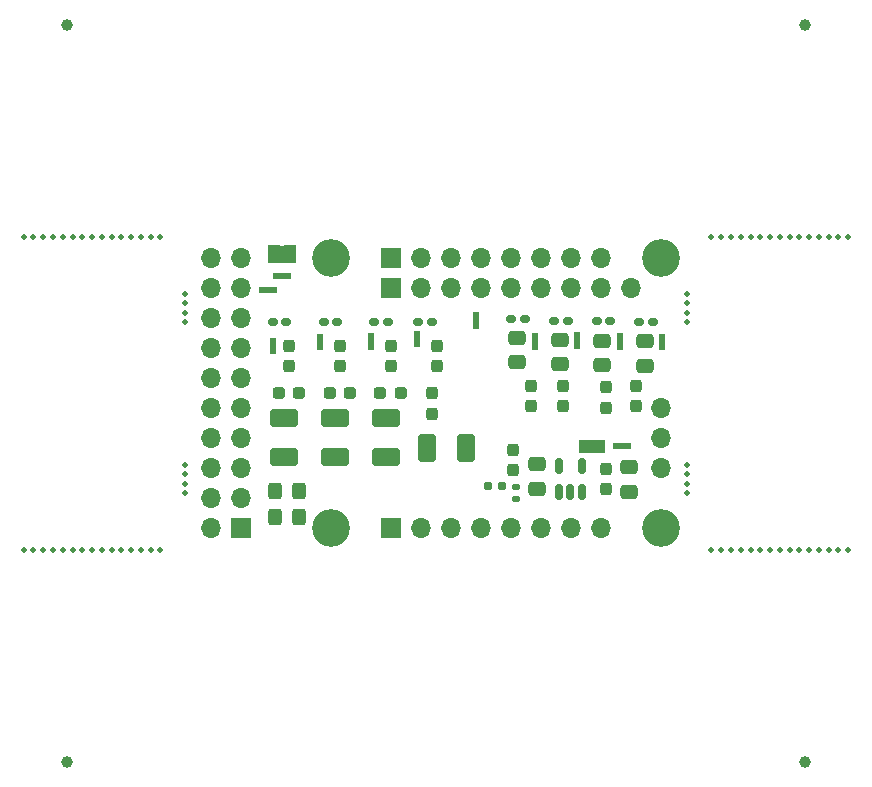
<source format=gbs>
G04 #@! TF.GenerationSoftware,KiCad,Pcbnew,9.0.4*
G04 #@! TF.CreationDate,2025-08-20T21:16:51-04:00*
G04 #@! TF.ProjectId,jlcpcb_1x1,6a6c6370-6362-45f3-9178-312e6b696361,rev?*
G04 #@! TF.SameCoordinates,Original*
G04 #@! TF.FileFunction,Soldermask,Bot*
G04 #@! TF.FilePolarity,Negative*
%FSLAX46Y46*%
G04 Gerber Fmt 4.6, Leading zero omitted, Abs format (unit mm)*
G04 Created by KiCad (PCBNEW 9.0.4) date 2025-08-20 21:16:51*
%MOMM*%
%LPD*%
G01*
G04 APERTURE LIST*
G04 Aperture macros list*
%AMRoundRect*
0 Rectangle with rounded corners*
0 $1 Rounding radius*
0 $2 $3 $4 $5 $6 $7 $8 $9 X,Y pos of 4 corners*
0 Add a 4 corners polygon primitive as box body*
4,1,4,$2,$3,$4,$5,$6,$7,$8,$9,$2,$3,0*
0 Add four circle primitives for the rounded corners*
1,1,$1+$1,$2,$3*
1,1,$1+$1,$4,$5*
1,1,$1+$1,$6,$7*
1,1,$1+$1,$8,$9*
0 Add four rect primitives between the rounded corners*
20,1,$1+$1,$2,$3,$4,$5,0*
20,1,$1+$1,$4,$5,$6,$7,0*
20,1,$1+$1,$6,$7,$8,$9,0*
20,1,$1+$1,$8,$9,$2,$3,0*%
G04 Aperture macros list end*
%ADD10C,0.010000*%
%ADD11C,0.500000*%
%ADD12R,1.700000X1.700000*%
%ADD13O,1.700000X1.700000*%
%ADD14C,3.200000*%
%ADD15R,0.500000X0.508000*%
%ADD16R,0.508000X0.508000*%
%ADD17R,0.500000X0.500000*%
%ADD18R,0.500000X0.550000*%
%ADD19RoundRect,0.250000X0.325000X0.450000X-0.325000X0.450000X-0.325000X-0.450000X0.325000X-0.450000X0*%
%ADD20RoundRect,0.160000X0.222500X0.160000X-0.222500X0.160000X-0.222500X-0.160000X0.222500X-0.160000X0*%
%ADD21RoundRect,0.250000X-0.475000X0.337500X-0.475000X-0.337500X0.475000X-0.337500X0.475000X0.337500X0*%
%ADD22RoundRect,0.237500X0.237500X-0.300000X0.237500X0.300000X-0.237500X0.300000X-0.237500X-0.300000X0*%
%ADD23RoundRect,0.237500X0.287500X0.237500X-0.287500X0.237500X-0.287500X-0.237500X0.287500X-0.237500X0*%
%ADD24RoundRect,0.160000X-0.222500X-0.160000X0.222500X-0.160000X0.222500X0.160000X-0.222500X0.160000X0*%
%ADD25RoundRect,0.237500X-0.237500X0.287500X-0.237500X-0.287500X0.237500X-0.287500X0.237500X0.287500X0*%
%ADD26RoundRect,0.250001X0.924999X-0.499999X0.924999X0.499999X-0.924999X0.499999X-0.924999X-0.499999X0*%
%ADD27RoundRect,0.250000X0.475000X-0.337500X0.475000X0.337500X-0.475000X0.337500X-0.475000X-0.337500X0*%
%ADD28R,1.000000X1.500000*%
%ADD29RoundRect,0.237500X-0.237500X0.300000X-0.237500X-0.300000X0.237500X-0.300000X0.237500X0.300000X0*%
%ADD30C,1.000000*%
%ADD31RoundRect,0.250000X-0.325000X-0.450000X0.325000X-0.450000X0.325000X0.450000X-0.325000X0.450000X0*%
%ADD32RoundRect,0.237500X-0.287500X-0.237500X0.287500X-0.237500X0.287500X0.237500X-0.287500X0.237500X0*%
%ADD33RoundRect,0.135000X0.185000X-0.135000X0.185000X0.135000X-0.185000X0.135000X-0.185000X-0.135000X0*%
%ADD34RoundRect,0.250001X-0.499999X-0.924999X0.499999X-0.924999X0.499999X0.924999X-0.499999X0.924999X0*%
%ADD35RoundRect,0.160000X0.197500X0.160000X-0.197500X0.160000X-0.197500X-0.160000X0.197500X-0.160000X0*%
%ADD36RoundRect,0.150000X0.150000X-0.512500X0.150000X0.512500X-0.150000X0.512500X-0.150000X-0.512500X0*%
%ADD37R,0.508000X0.500000*%
G04 APERTURE END LIST*
G04 #@! TO.C,G119*
G36*
X51251500Y-39401000D02*
G01*
X50751500Y-39401000D01*
X50751500Y-39909000D01*
X51251500Y-39909000D01*
X51251500Y-39401000D01*
G37*
G04 #@! TO.C,INP2*
G36*
X50547500Y-30640000D02*
G01*
X51047500Y-30640000D01*
X51047500Y-31490000D01*
X50547500Y-31490000D01*
X50547500Y-30640000D01*
G37*
G04 #@! TO.C,MCLK108*
G36*
X22047500Y-24205000D02*
G01*
X22347500Y-24205000D01*
X22347500Y-22705000D01*
X22047500Y-22705000D01*
X22047500Y-24205000D01*
G37*
G04 #@! TO.C,3V108*
D10*
X49457500Y-39155000D02*
X47347500Y-39155000D01*
X47347500Y-40155000D01*
X49457500Y-40155000D01*
X49457500Y-39155000D01*
G36*
X49457500Y-39155000D02*
G01*
X47347500Y-39155000D01*
X47347500Y-40155000D01*
X49457500Y-40155000D01*
X49457500Y-39155000D01*
G37*
G04 #@! TO.C,OP2*
G36*
X29447500Y-30630000D02*
G01*
X29947500Y-30630000D01*
X29947500Y-31480000D01*
X29447500Y-31480000D01*
X29447500Y-30630000D01*
G37*
G04 #@! TO.C,SCL108*
G36*
X21943500Y-25509000D02*
G01*
X22443500Y-25509000D01*
X22443500Y-25001000D01*
X21943500Y-25001000D01*
X21943500Y-25509000D01*
G37*
G04 #@! TO.C,INM2*
G36*
X54147500Y-30687500D02*
G01*
X54647500Y-30687500D01*
X54647500Y-31537500D01*
X54147500Y-31537500D01*
X54147500Y-30687500D01*
G37*
G04 #@! TO.C,INP1*
G36*
X43347500Y-30630000D02*
G01*
X43847500Y-30630000D01*
X43847500Y-31480000D01*
X43347500Y-31480000D01*
X43347500Y-30630000D01*
G37*
G04 #@! TO.C,OM1*
G36*
X21647500Y-31405000D02*
G01*
X21147500Y-31405000D01*
X21147500Y-30530000D01*
X21647500Y-30530000D01*
X21647500Y-31405000D01*
G37*
G04 #@! TO.C,SDA108*
G36*
X20743500Y-26709000D02*
G01*
X21243500Y-26709000D01*
X21243500Y-26201000D01*
X20743500Y-26201000D01*
X20743500Y-26709000D01*
G37*
G04 #@! TO.C,GND108*
G36*
X38343500Y-28801000D02*
G01*
X38851500Y-28801000D01*
X38851500Y-29301000D01*
X38343500Y-29301000D01*
X38343500Y-28801000D01*
G37*
G04 #@! TO.C,OM2*
G36*
X33347500Y-30405000D02*
G01*
X33847500Y-30405000D01*
X33847500Y-31255000D01*
X33347500Y-31255000D01*
X33347500Y-30405000D01*
G37*
G04 #@! TO.C,OP1*
G36*
X25147500Y-30705000D02*
G01*
X25647500Y-30705000D01*
X25647500Y-31555000D01*
X25147500Y-31555000D01*
X25147500Y-30705000D01*
G37*
G04 #@! TO.C,INM1*
G36*
X46947500Y-30567500D02*
G01*
X47447500Y-30567500D01*
X47447500Y-31417500D01*
X46947500Y-31417500D01*
X46947500Y-30567500D01*
G37*
G04 #@! TD*
D11*
G04 #@! TO.C,KiKit_MB_8_14*
X68479375Y-48460000D03*
G04 #@! TD*
G04 #@! TO.C,KiKit_MB_4_2*
X56480000Y-41260000D03*
G04 #@! TD*
G04 #@! TO.C,KiKit_MB_8_11*
X65998750Y-48460000D03*
G04 #@! TD*
G04 #@! TO.C,KiKit_MB_3_3*
X13980000Y-42860000D03*
G04 #@! TD*
G04 #@! TO.C,KiKit_MB_8_8*
X63518125Y-48460000D03*
G04 #@! TD*
G04 #@! TO.C,KiKit_MB_6_10*
X6941875Y-48460000D03*
G04 #@! TD*
G04 #@! TO.C,KiKit_MB_7_5*
X61037500Y-22000000D03*
G04 #@! TD*
G04 #@! TO.C,KiKit_MB_8_13*
X67652500Y-48460000D03*
G04 #@! TD*
G04 #@! TO.C,KiKit_MB_2_4*
X56480000Y-28400000D03*
G04 #@! TD*
G04 #@! TO.C,KiKit_MB_6_11*
X7768750Y-48460000D03*
G04 #@! TD*
G04 #@! TO.C,KiKit_MB_5_13*
X9422500Y-22000000D03*
G04 #@! TD*
G04 #@! TO.C,KiKit_MB_5_2*
X326875Y-22000000D03*
G04 #@! TD*
G04 #@! TO.C,KiKit_MB_8_4*
X60210625Y-48460000D03*
G04 #@! TD*
G04 #@! TO.C,KiKit_MB_4_3*
X56480000Y-42060000D03*
G04 #@! TD*
G04 #@! TO.C,KiKit_MB_7_10*
X65171875Y-22000000D03*
G04 #@! TD*
G04 #@! TO.C,KiKit_MB_4_5*
X56480000Y-43660000D03*
G04 #@! TD*
G04 #@! TO.C,KiKit_MB_2_2*
X56480000Y-26800000D03*
G04 #@! TD*
G04 #@! TO.C,KiKit_MB_6_4*
X1980625Y-48460000D03*
G04 #@! TD*
G04 #@! TO.C,KiKit_MB_2_3*
X56480000Y-27600000D03*
G04 #@! TD*
G04 #@! TO.C,KiKit_MB_6_16*
X11903125Y-48460000D03*
G04 #@! TD*
G04 #@! TO.C,KiKit_MB_8_9*
X64345000Y-48460000D03*
G04 #@! TD*
G04 #@! TO.C,KiKit_MB_7_15*
X69306250Y-22000000D03*
G04 #@! TD*
G04 #@! TO.C,KiKit_MB_8_10*
X65171875Y-48460000D03*
G04 #@! TD*
D12*
G04 #@! TO.C,board_outline108*
X18735000Y-46655000D03*
D13*
X16195000Y-46655000D03*
X18735000Y-44115000D03*
X16195000Y-44115000D03*
X18735000Y-41575000D03*
X16195000Y-41575000D03*
X18735000Y-39035000D03*
X16195000Y-39035000D03*
X18735000Y-36495000D03*
X16195000Y-36495000D03*
X18735000Y-33955000D03*
X16195000Y-33955000D03*
X18735000Y-31415000D03*
X16195000Y-31415000D03*
X18735000Y-28875000D03*
X16195000Y-28875000D03*
X18735000Y-26335000D03*
X16195000Y-26335000D03*
X18735000Y-23795000D03*
X16195000Y-23795000D03*
D12*
X31445000Y-26340000D03*
X31445000Y-23800000D03*
D13*
X33985000Y-26340000D03*
X33985000Y-23800000D03*
X36525000Y-26340000D03*
X36525000Y-23800000D03*
X39065000Y-26340000D03*
X39065000Y-23800000D03*
X41605000Y-26340000D03*
X41605000Y-23800000D03*
X44145000Y-26340000D03*
X44145000Y-23800000D03*
X46685000Y-26340000D03*
X46685000Y-23800000D03*
X49225000Y-26340000D03*
X49225000Y-23800000D03*
D12*
X31445000Y-46660000D03*
D13*
X33985000Y-46660000D03*
X36525000Y-46660000D03*
X39065000Y-46660000D03*
X41605000Y-46660000D03*
X44145000Y-46660000D03*
X46685000Y-46660000D03*
X49225000Y-46660000D03*
X54290000Y-41580000D03*
X54290000Y-39040000D03*
X54290000Y-36500000D03*
X51750000Y-26340000D03*
D14*
X26350000Y-23800000D03*
X54290000Y-23800000D03*
X26350000Y-46660000D03*
X54290000Y-46660000D03*
G04 #@! TD*
D11*
G04 #@! TO.C,KiKit_MB_5_5*
X2807500Y-22000000D03*
G04 #@! TD*
G04 #@! TO.C,KiKit_MB_5_7*
X4461250Y-22000000D03*
G04 #@! TD*
G04 #@! TO.C,KiKit_MB_5_9*
X6115000Y-22000000D03*
G04 #@! TD*
G04 #@! TO.C,KiKit_MB_7_13*
X67652500Y-22000000D03*
G04 #@! TD*
G04 #@! TO.C,KiKit_MB_8_12*
X66825625Y-48460000D03*
G04 #@! TD*
G04 #@! TO.C,KiKit_MB_7_4*
X60210625Y-22000000D03*
G04 #@! TD*
G04 #@! TO.C,KiKit_MB_5_4*
X1980625Y-22000000D03*
G04 #@! TD*
G04 #@! TO.C,KiKit_MB_7_6*
X61864375Y-22000000D03*
G04 #@! TD*
G04 #@! TO.C,KiKit_MB_7_3*
X59383750Y-22000000D03*
G04 #@! TD*
G04 #@! TO.C,KiKit_MB_3_4*
X13980000Y-42060000D03*
G04 #@! TD*
G04 #@! TO.C,KiKit_MB_6_2*
X326875Y-48460000D03*
G04 #@! TD*
G04 #@! TO.C,KiKit_MB_8_2*
X58556875Y-48460000D03*
G04 #@! TD*
G04 #@! TO.C,KiKit_MB_3_2*
X13980000Y-43660000D03*
G04 #@! TD*
G04 #@! TO.C,KiKit_MB_7_8*
X63518125Y-22000000D03*
G04 #@! TD*
G04 #@! TO.C,KiKit_MB_8_5*
X61037500Y-48460000D03*
G04 #@! TD*
G04 #@! TO.C,KiKit_MB_5_6*
X3634375Y-22000000D03*
G04 #@! TD*
G04 #@! TO.C,KiKit_MB_7_14*
X68479375Y-22000000D03*
G04 #@! TD*
G04 #@! TO.C,KiKit_MB_8_6*
X61864375Y-48460000D03*
G04 #@! TD*
G04 #@! TO.C,KiKit_MB_1_2*
X13980000Y-29200000D03*
G04 #@! TD*
G04 #@! TO.C,KiKit_MB_7_16*
X70133125Y-22000000D03*
G04 #@! TD*
G04 #@! TO.C,KiKit_MB_8_16*
X70133125Y-48460000D03*
G04 #@! TD*
G04 #@! TO.C,KiKit_MB_6_5*
X2807500Y-48460000D03*
G04 #@! TD*
G04 #@! TO.C,KiKit_MB_1_3*
X13980000Y-28400000D03*
G04 #@! TD*
G04 #@! TO.C,KiKit_MB_5_11*
X7768750Y-22000000D03*
G04 #@! TD*
G04 #@! TO.C,KiKit_MB_8_15*
X69306250Y-48460000D03*
G04 #@! TD*
G04 #@! TO.C,KiKit_MB_5_14*
X10249375Y-22000000D03*
G04 #@! TD*
G04 #@! TO.C,KiKit_MB_6_9*
X6115000Y-48460000D03*
G04 #@! TD*
G04 #@! TO.C,KiKit_MB_6_7*
X4461250Y-48460000D03*
G04 #@! TD*
G04 #@! TO.C,KiKit_MB_6_13*
X9422500Y-48460000D03*
G04 #@! TD*
G04 #@! TO.C,KiKit_MB_7_9*
X64345000Y-22000000D03*
G04 #@! TD*
G04 #@! TO.C,KiKit_MB_4_4*
X56480000Y-42860000D03*
G04 #@! TD*
G04 #@! TO.C,KiKit_MB_6_12*
X8595625Y-48460000D03*
G04 #@! TD*
G04 #@! TO.C,KiKit_MB_7_11*
X65998750Y-22000000D03*
G04 #@! TD*
G04 #@! TO.C,KiKit_MB_6_8*
X5288125Y-48460000D03*
G04 #@! TD*
G04 #@! TO.C,KiKit_MB_3_5*
X13980000Y-41260000D03*
G04 #@! TD*
G04 #@! TO.C,KiKit_MB_2_5*
X56480000Y-29200000D03*
G04 #@! TD*
G04 #@! TO.C,KiKit_MB_5_15*
X11076250Y-22000000D03*
G04 #@! TD*
G04 #@! TO.C,KiKit_MB_6_6*
X3634375Y-48460000D03*
G04 #@! TD*
G04 #@! TO.C,KiKit_MB_7_7*
X62691250Y-22000000D03*
G04 #@! TD*
G04 #@! TO.C,KiKit_MB_1_5*
X13980000Y-26800000D03*
G04 #@! TD*
G04 #@! TO.C,KiKit_MB_5_16*
X11903125Y-22000000D03*
G04 #@! TD*
G04 #@! TO.C,KiKit_MB_8_3*
X59383750Y-48460000D03*
G04 #@! TD*
G04 #@! TO.C,KiKit_MB_5_12*
X8595625Y-22000000D03*
G04 #@! TD*
G04 #@! TO.C,KiKit_MB_5_8*
X5288125Y-22000000D03*
G04 #@! TD*
G04 #@! TO.C,KiKit_MB_1_4*
X13980000Y-27600000D03*
G04 #@! TD*
G04 #@! TO.C,KiKit_MB_8_7*
X62691250Y-48460000D03*
G04 #@! TD*
G04 #@! TO.C,KiKit_MB_7_2*
X58556875Y-22000000D03*
G04 #@! TD*
G04 #@! TO.C,KiKit_MB_5_10*
X6941875Y-22000000D03*
G04 #@! TD*
G04 #@! TO.C,KiKit_MB_6_15*
X11076250Y-48460000D03*
G04 #@! TD*
G04 #@! TO.C,KiKit_MB_7_12*
X66825625Y-22000000D03*
G04 #@! TD*
G04 #@! TO.C,KiKit_MB_5_3*
X1153750Y-22000000D03*
G04 #@! TD*
G04 #@! TO.C,KiKit_MB_6_14*
X10249375Y-48460000D03*
G04 #@! TD*
G04 #@! TO.C,KiKit_MB_6_3*
X1153750Y-48460000D03*
G04 #@! TD*
D15*
G04 #@! TO.C,G119*
X51501500Y-39655000D03*
D16*
X50497500Y-39655000D03*
G04 #@! TD*
D17*
G04 #@! TO.C,INP2*
X50797500Y-30390000D03*
D18*
X50797500Y-31265000D03*
G04 #@! TD*
D19*
G04 #@! TO.C,C130*
X23622500Y-43455000D03*
X21572500Y-43455000D03*
G04 #@! TD*
D20*
G04 #@! TO.C,D110*
X30025000Y-29155000D03*
X31170000Y-29155000D03*
G04 #@! TD*
D21*
G04 #@! TO.C,T\u002AC110*
X43797500Y-41217500D03*
X43797500Y-43292500D03*
G04 #@! TD*
D22*
G04 #@! TO.C,C123*
X35297500Y-32917500D03*
X35297500Y-31192500D03*
G04 #@! TD*
D21*
G04 #@! TO.C,FB110*
X45697500Y-30680000D03*
X45697500Y-32755000D03*
G04 #@! TD*
D23*
G04 #@! TO.C,R109*
X23672500Y-35155000D03*
X21922500Y-35155000D03*
G04 #@! TD*
D21*
G04 #@! TO.C,FB108*
X52897500Y-30790000D03*
X52897500Y-32865000D03*
G04 #@! TD*
D24*
G04 #@! TO.C,D112*
X53570000Y-29137500D03*
X52425000Y-29137500D03*
G04 #@! TD*
D25*
G04 #@! TO.C,R116*
X34897500Y-35180000D03*
X34897500Y-36930000D03*
G04 #@! TD*
D26*
G04 #@! TO.C,C120*
X30997500Y-40580000D03*
X30997500Y-37330000D03*
G04 #@! TD*
D27*
G04 #@! TO.C,T\u002AC108*
X51531814Y-43530000D03*
X51531814Y-41455000D03*
G04 #@! TD*
D28*
G04 #@! TO.C,MCLK108*
X21547500Y-23455000D03*
X22847500Y-23455000D03*
G04 #@! TD*
D22*
G04 #@! TO.C,T\u002AC109*
X49597500Y-43355000D03*
X49597500Y-41630000D03*
G04 #@! TD*
D29*
G04 #@! TO.C,C124*
X52197500Y-34592500D03*
X52197500Y-36317500D03*
G04 #@! TD*
D24*
G04 #@! TO.C,D115*
X42770000Y-28955000D03*
X41625000Y-28955000D03*
G04 #@! TD*
D30*
G04 #@! TO.C,KiKit_FID_B_4*
X66460000Y-66460000D03*
G04 #@! TD*
D17*
G04 #@! TO.C,OP2*
X29697500Y-30380000D03*
D18*
X29697500Y-31255000D03*
G04 #@! TD*
D31*
G04 #@! TO.C,C131*
X21572500Y-45655000D03*
X23622500Y-45655000D03*
G04 #@! TD*
D32*
G04 #@! TO.C,R111*
X30522500Y-35155000D03*
X32272500Y-35155000D03*
G04 #@! TD*
D24*
G04 #@! TO.C,D114*
X46370000Y-29090000D03*
X45225000Y-29090000D03*
G04 #@! TD*
D29*
G04 #@! TO.C,C129*
X41747117Y-39980582D03*
X41747117Y-41705582D03*
G04 #@! TD*
G04 #@! TO.C,C127*
X43297500Y-34592500D03*
X43297500Y-36317500D03*
G04 #@! TD*
D15*
G04 #@! TO.C,SCL108*
X21693500Y-25255000D03*
D16*
X22697500Y-25255000D03*
G04 #@! TD*
D21*
G04 #@! TO.C,FB109*
X49297500Y-30752500D03*
X49297500Y-32827500D03*
G04 #@! TD*
D17*
G04 #@! TO.C,INM2*
X54397500Y-30437500D03*
D18*
X54397500Y-31312500D03*
G04 #@! TD*
D26*
G04 #@! TO.C,C114*
X22397500Y-40580000D03*
X22397500Y-37330000D03*
G04 #@! TD*
G04 #@! TO.C,C110*
X26697500Y-40580000D03*
X26697500Y-37330000D03*
G04 #@! TD*
D30*
G04 #@! TO.C,KiKit_FID_B_3*
X4000000Y-66460000D03*
G04 #@! TD*
G04 #@! TO.C,KiKit_FID_B_1*
X4000000Y-4000000D03*
G04 #@! TD*
D21*
G04 #@! TO.C,FB111*
X42097500Y-30517500D03*
X42097500Y-32592500D03*
G04 #@! TD*
D20*
G04 #@! TO.C,D108*
X25725000Y-29155000D03*
X26870000Y-29155000D03*
G04 #@! TD*
D33*
G04 #@! TO.C,R128*
X41997500Y-44165000D03*
X41997500Y-43145000D03*
G04 #@! TD*
D17*
G04 #@! TO.C,INP1*
X43597500Y-30380000D03*
D18*
X43597500Y-31255000D03*
G04 #@! TD*
D30*
G04 #@! TO.C,KiKit_FID_B_2*
X66460000Y-4000000D03*
G04 #@! TD*
D24*
G04 #@! TO.C,D113*
X49970000Y-29090000D03*
X48825000Y-29090000D03*
G04 #@! TD*
D17*
G04 #@! TO.C,OM1*
X21397500Y-31655000D03*
X21397500Y-30805000D03*
G04 #@! TD*
D15*
G04 #@! TO.C,SDA108*
X20493500Y-26455000D03*
D16*
X21497500Y-26455000D03*
G04 #@! TD*
D32*
G04 #@! TO.C,R108*
X26222500Y-35155000D03*
X27972500Y-35155000D03*
G04 #@! TD*
D20*
G04 #@! TO.C,D111*
X33725000Y-29155000D03*
X34870000Y-29155000D03*
G04 #@! TD*
D34*
G04 #@! TO.C,C122*
X34497501Y-39855000D03*
X37747501Y-39855000D03*
G04 #@! TD*
D22*
G04 #@! TO.C,C121*
X31397500Y-32917500D03*
X31397500Y-31192500D03*
G04 #@! TD*
G04 #@! TO.C,C117*
X22797500Y-32917500D03*
X22797500Y-31192500D03*
G04 #@! TD*
D35*
G04 #@! TO.C,SCL109*
X40795000Y-43055000D03*
X39600000Y-43055000D03*
G04 #@! TD*
D36*
G04 #@! TO.C,U109*
X47559314Y-43607500D03*
X46609314Y-43607500D03*
X45659314Y-43607500D03*
X45659314Y-41332500D03*
X47559314Y-41332500D03*
G04 #@! TD*
D37*
G04 #@! TO.C,GND108*
X38597500Y-28551000D03*
D16*
X38597500Y-29555000D03*
G04 #@! TD*
D22*
G04 #@! TO.C,C113*
X27097500Y-32917500D03*
X27097500Y-31192500D03*
G04 #@! TD*
D29*
G04 #@! TO.C,C125*
X49597500Y-34692500D03*
X49597500Y-36417500D03*
G04 #@! TD*
D17*
G04 #@! TO.C,OM2*
X33597500Y-30155000D03*
D18*
X33597500Y-31030000D03*
G04 #@! TD*
D29*
G04 #@! TO.C,C126*
X45997500Y-34592500D03*
X45997500Y-36317500D03*
G04 #@! TD*
D17*
G04 #@! TO.C,OP1*
X25397500Y-30455000D03*
D18*
X25397500Y-31330000D03*
G04 #@! TD*
D17*
G04 #@! TO.C,INM1*
X47197500Y-30317500D03*
D18*
X47197500Y-31192500D03*
G04 #@! TD*
D20*
G04 #@! TO.C,D109*
X21425000Y-29155000D03*
X22570000Y-29155000D03*
G04 #@! TD*
M02*

</source>
